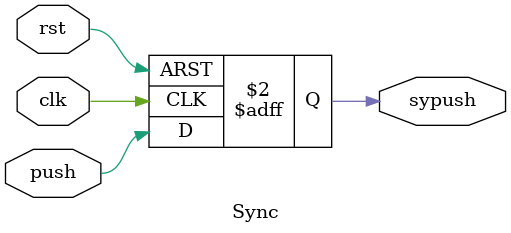
<source format=v>
module Sync( push, clk, rst, sypush);
	input push, clk, rst;
	output sypush;
	
	reg sypush;
	
	always @(posedge clk or posedge rst)
	begin
		if(rst) sypush <= 0;
		else sypush <= push;
	end

endmodule 
</source>
